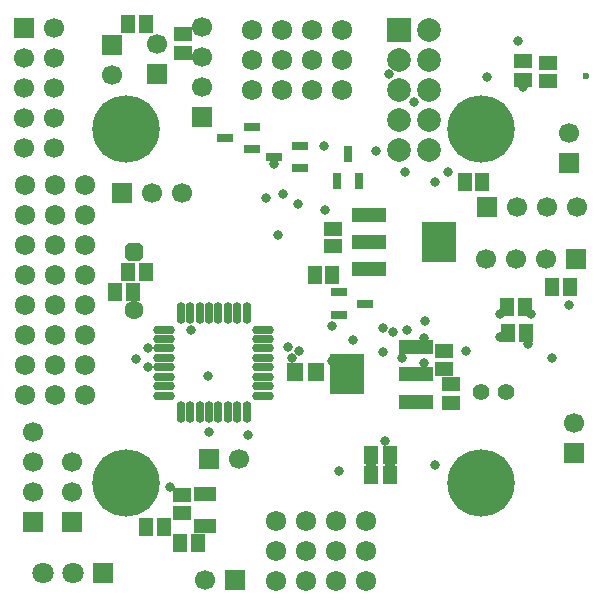
<source format=gbs>
%FSTAX23Y23*%
%MOMM*%
%SFA1B1*%

%IPPOS*%
%AMD79*
4,1,8,0.800100,-0.398780,0.800100,0.398780,0.398780,0.800100,-0.398780,0.800100,-0.800100,0.398780,-0.800100,-0.398780,-0.398780,-0.800100,0.398780,-0.800100,0.800100,-0.398780,0.0*
%
%ADD43C,0.599999*%
%ADD61R,1.599997X1.299997*%
%ADD62R,1.299997X1.599997*%
%ADD63R,1.899996X1.299997*%
%ADD65R,1.199998X1.499997*%
%ADD67R,1.349997X0.799998*%
%ADD68R,1.499997X1.199998*%
%ADD74R,1.699997X1.699997*%
%ADD75C,1.699997*%
%ADD76R,1.999996X1.999996*%
%ADD77C,1.999996*%
%ADD78C,1.399997*%
G04~CAMADD=79~4~0.0~0.0~629.9~629.9~0.0~157.5~0~0.0~0.0~0.0~0.0~0~0.0~0.0~0.0~0.0~0~0.0~0.0~0.0~270.0~630.0~630.0*
%ADD79D79*%
%ADD80C,1.599997*%
%ADD81R,1.799996X1.799996*%
%ADD82C,1.799996*%
%ADD83C,1.723997*%
%ADD84R,1.699997X1.699997*%
%ADD85C,5.699989*%
%ADD86C,0.799998*%
%ADD87R,0.799998X1.349997*%
%ADD88R,2.899994X1.199998*%
%ADD89R,2.899994X3.499993*%
%ADD90R,1.399997X1.599997*%
%ADD91O,1.849996X0.749999*%
%ADD92O,0.749999X1.849996*%
%LNpcb_final_2-1*%
%LPD*%
G54D43*
X48931Y44467D03*
G54D61*
X36899Y21149D03*
Y19649D03*
X27499Y30049D03*
Y31549D03*
X14699Y07449D03*
Y08949D03*
G54D62*
X43849Y22699D03*
X42349D03*
X47549Y26599D03*
X46049D03*
X43749Y24899D03*
X42249D03*
X40149Y35499D03*
X38649D03*
X11649Y48899D03*
X10149D03*
X27449Y27599D03*
X25949D03*
X11649Y06299D03*
X13149D03*
X14549Y04899D03*
X16049D03*
G54D63*
X16699Y06349D03*
Y09049D03*
G54D65*
X30699Y10699D03*
X32299D03*
X30699Y12399D03*
X32299D03*
X10599Y26199D03*
X08999D03*
X11699Y27899D03*
X10099D03*
G54D67*
X24724Y38549D03*
Y36649D03*
X22474Y37599D03*
X20624Y40149D03*
Y38249D03*
X18374Y39199D03*
X27974Y24249D03*
Y26149D03*
X30224Y25199D03*
G54D68*
X14799Y47999D03*
Y46399D03*
X43599Y45699D03*
Y44099D03*
X45699Y45599D03*
Y43999D03*
X37499Y16799D03*
Y18399D03*
G54D74*
X47929Y12521D03*
X02099Y06699D03*
X05372Y06672D03*
X47449Y37124D03*
X16399Y40999D03*
X12599Y44599D03*
X08799Y47099D03*
X01371Y48488D03*
G54D75*
X47929Y15061D03*
X02099Y14319D03*
Y11779D03*
Y09239D03*
X05372Y09212D03*
Y11752D03*
X12139Y34599D03*
X14679D03*
X16659Y01799D03*
X47449Y39664D03*
X19539Y11999D03*
X16399Y48619D03*
Y46079D03*
Y43539D03*
X48119Y33399D03*
X45579D03*
X43039D03*
X40479Y28999D03*
X43019D03*
X45559D03*
X12599Y47139D03*
X08799Y44559D03*
X03911Y48488D03*
X01371Y45948D03*
X03911D03*
X01371Y43408D03*
X03911D03*
X01371Y40868D03*
X03911D03*
X01371Y38328D03*
X03911D03*
G54D76*
X33044Y48386D03*
G54D77*
X35584Y48386D03*
X33044Y45846D03*
X35584D03*
X33044Y43306D03*
X35584D03*
X33044Y40766D03*
X35584D03*
X33044Y38226D03*
X35584D03*
G54D78*
X40049Y17699D03*
X42149D03*
G54D79*
X10674Y29539D03*
G54D80*
X10674Y24659D03*
G54D81*
X08Y02361D03*
G54D82*
X0546Y02361D03*
X0292D03*
G54D83*
X01421Y17474D03*
Y20014D03*
Y22554D03*
Y25094D03*
Y27634D03*
Y30174D03*
Y32714D03*
X03961Y17474D03*
Y20014D03*
Y22554D03*
Y25094D03*
Y27634D03*
Y30174D03*
Y32714D03*
X01421Y35254D03*
X06501D03*
Y32714D03*
Y30174D03*
Y27634D03*
Y25094D03*
Y22554D03*
Y20014D03*
Y17474D03*
X03961Y35254D03*
X20623Y48348D03*
X23163D03*
X25703D03*
X28243D03*
X20623Y45808D03*
X23163D03*
X25703D03*
X28243D03*
Y43268D03*
X25703D03*
X23163D03*
X20623D03*
X22707Y01675D03*
X25247D03*
X27787D03*
X30327D03*
X22707Y04215D03*
X25247D03*
X27787D03*
X30327D03*
Y06755D03*
X27787D03*
X25247D03*
X22707D03*
G54D84*
X09599Y34599D03*
X19199Y01799D03*
X16999Y11999D03*
X40499Y33399D03*
X48099Y28999D03*
G54D85*
X39999Y39999D03*
X09999D03*
Y09999D03*
X39999D03*
G54D86*
X43149Y47399D03*
X43624Y43574D03*
X15499Y22999D03*
X26699Y38499D03*
X24499Y33599D03*
X22499Y36999D03*
X21799Y34099D03*
X26799Y33099D03*
X31099Y38099D03*
X23299Y34499D03*
X22799Y30999D03*
X23699Y21499D03*
X24019Y20619D03*
X24599Y21199D03*
X31899Y13599D03*
X20299Y14049D03*
X32299Y11499D03*
X30699D03*
X47499Y25099D03*
X45999Y20599D03*
X37199Y36299D03*
X33749Y22949D03*
X35299Y23699D03*
X35199Y22299D03*
X44299Y24299D03*
X41599Y22399D03*
X36099Y35499D03*
X34369Y42299D03*
X41599Y24299D03*
X43999Y21799D03*
X40499Y44399D03*
X36099Y11499D03*
X38799Y21199D03*
X27999Y10999D03*
X27399Y23299D03*
X35199Y20199D03*
X29199Y22099D03*
X33299Y20599D03*
X32599Y22799D03*
X27399Y20299D03*
X31699Y21099D03*
Y23099D03*
X10799Y20499D03*
X16899Y19099D03*
X13699Y09699D03*
X16999Y14363D03*
X11799Y21399D03*
X11817Y19799D03*
X32199Y44599D03*
X33599Y36299D03*
G54D87*
X29699Y35574D03*
X27799D03*
X28749Y37824D03*
G54D88*
X30549Y28099D03*
Y30399D03*
Y32699D03*
X34549Y21499D03*
Y19199D03*
Y16899D03*
G54D89*
X36449Y30399D03*
X28649Y19199D03*
G54D90*
X26099Y19399D03*
X24299D03*
G54D91*
X13199Y17399D03*
Y18199D03*
Y18999D03*
Y19799D03*
Y20599D03*
Y21399D03*
Y22199D03*
Y22999D03*
X21599D03*
Y22199D03*
Y21399D03*
Y20599D03*
Y19799D03*
Y18999D03*
Y18199D03*
Y17399D03*
G54D92*
X14599Y24399D03*
X15399D03*
X16199D03*
X16999D03*
X17799D03*
X18599D03*
X19399D03*
X20199D03*
Y15999D03*
X19399D03*
X18599D03*
X17799D03*
X16999D03*
X16199D03*
X15399D03*
X14599D03*
M02*
</source>
